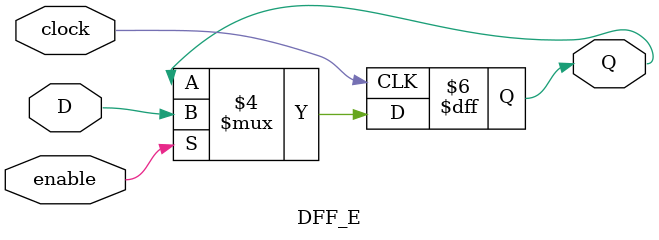
<source format=v>
`timescale 1ns / 1ps

module TLB_16 #(parameter PABITS=36) (
    input  clock,
    input  reset,
    // Instruction Memory Port
    input  [19:0] VPN_I,             // Instruction memory VPN
    input  [7:0]  ASID_I,            // Instruction memory ASID
    output reg       Hit_I,             // Instruction memory page hit
    output reg [(PABITS-13):0] PFN_I,    // Instruction memory physical page translation
    output reg [2:0]  Cache_I,           // Instruction memory physical page cache attributes
    output reg        Dirty_I,           // Instruction memory physical page dirty attribute
    output reg        Valid_I,           // Instruction memory physical page valid attribute
    input         Stall_I,           // Instruction memory physical page stall attribute
    // Data Memory Port
    input  [19:0] VPN_D,             // Data memory or tlbp (EntryHi) VPN
    input  [7:0]  ASID_D,            // Data memory or tlbp (EntryHi) ASID
    output reg       Hit_D,             // Data memory or tlbp (~Index[31]) page hit
    output reg [(PABITS-13):0] PFN_D,    // Data memory physical page translation
    output reg [2:0]  Cache_D,           // Data memory physical page cache attributes
    output reg        Dirty_D,           // Data memory physical page dirty attribute
    output reg        Valid_D,           // Data memory physical page valid attribute
    input         Stall_D,           // Processor data memory pipeline stage is stalled
    // Control Input
    input  [3:0]  Index_In,          // Index used for tlbr, tlbwi/tlbwr
    input  [18:0] VPN2_In,           // VPN2 written on tlbwi/tlbwr
    input  [15:0] Mask_In,           // Mask written on tlbwi/tlbwr
    input  [7:0]  ASID_In,           // ASID written on tlbwi/tlbwr
    input         G_In,              // Global bit written on tlbwi/tlbwr
    input  [(PABITS-13):0] PFN0_In,  // Even PFN written on tlbwi/tlbwr
    input  [2:0]  C0_In,             // Even Cache bits written on tlbwi/tlbwr
    input         D0_In,             // Even Dirty bit written on tlbwi/tlbwr
    input         V0_In,             // Even Valid bit written on tlbwi/tlbwr
    input  [(PABITS-13):0] PFN1_In,  // Odd PFN written on tlbwi/tlbwr
    input  [2:0]  C1_In,             // Odd Cache bits written on tlbwi/tlbwr
    input         D1_In,             // Odd Dirty bit written on tlbwi/tlbwr
    input         V1_In,             // Odd Valid bit written on tlbwi/tlbwr
    // Control Output
    output reg [3:0]  Index_Out,         // Index output for tlbp
    output reg [18:0] VPN2_Out,          // VPN2 output for tlbr (EntryHi)
    output reg [15:0] Mask_Out,          // Mask output for tlbr (PageMask)
    output reg [7:0]  ASID_Out,          // ASID output for tlbr (EntryHi)
    output reg        G_Out,             // Global output for tlbr (EntryLo{0,1})
    output reg [(PABITS-13):0] PFN0_Out, // Even physical address for tlbr (EntryLo0)
    output reg [2:0]  C0_Out,            // Even physical address cache attributes for tlbr (EntryLo0)
    output reg        D0_Out,            // Even physical address dirty attribute for tlbr (EntryLo0)
    output reg        V0_Out,            // Even physical address valid attribute for tlbr (EntryLo0)
    output reg [(PABITS-13):0] PFN1_Out, // Odd physical address for tlbr (EntryLo1)
    output reg [2:0]  C1_Out,            // Odd physical address cache attributes for tlbr (EntryLo1)
    output reg        D1_Out,            // Odd physical address dirty attribute for tlbr (EntryLo1)
    output reg        V1_Out,            // Odd physical address valid attribute for tlbr (EntryLo1)
    // Control Command
    input         Read,              // Tlbr instruction
    input         Write,             // Tlbwi/Tlbwr instruction
    // Segment information
    input         Useg_MC,           // useg (addresses [0:2GB)) is mapped and cached (else neither)
    input  [2:0]  Kseg0_C            // kseg0 (addresses [2GB:2.5GB)) cacheability attributes
    );

    // Local signals
    wire [(PABITS-13):0] PFN0_Mask;
    wire [(PABITS-13):0] PFN1_Mask;
    wire        hold_a;
    wire        hold_b;
    wire        using_hold_data_a;
    wire        using_hold_data_b;
    wire        r_cmd_read;
    wire        r_cmd_write;
    wire [3:0]  r_idx_index;
    wire [18:0] r_idx_vpn2;
    wire [15:0] r_idx_mask;
    wire [7:0]  r_idx_asid;
    wire        r_idx_g;
    wire [19:0] r_vpn_a;
    wire [19:0] r_vpn_b;
    wire        r_unmapped_a;
    wire        r_unmapped_b;
    wire        r_uncached_a;
    wire        r_uncached_b;
    wire [7:0]  r_asid_a;
    wire [7:0]  r_asid_b;
    wire [((2*(PABITS-12))+9):0] r_write_data;   // TLB translation data to be written: {PFN0[23:0],C0[2:0],D0,V0,PFN1[23:0],C1[2:0],D1,V1}
    wire [2:0]  r_kseg0c;
    wire        r_use_kseg0c_a;
    wire        r_use_kseg0c_b;
    wire        s_unmapped_a;
    wire        s_unmapped_b;
    wire        s_uncached_a;
    wire        s_uncached_b;
    wire [2:0]  s_kseg0c_a;
    wire [2:0]  s_kseg0c_b;
    wire        s_use_kseg0c_a;
    wire        s_use_kseg0c_b;
    wire        s_hit_a_e;
    wire        s_hit_b_e;
    wire        s_hit_a_d;
    wire        s_hit_b_d;
    wire        s_oddPage_a_e;
    wire        s_oddPage_b_e;
    wire [(PABITS-13):0] s_pfn_a_e;
    wire [(PABITS-13):0] s_pfn_b_e;
    wire [(PABITS-13):0] s_pfn_a_d;
    wire [(PABITS-13):0] s_pfn_b_d;
    wire [(PABITS-13):0] s_unmapped_pfn_a_e;  // 20-24 bits (for 32-36 PABITS)
    wire [(PABITS-13):0] s_unmapped_pfn_b_e;
    wire [(PABITS-13):0] s_unmapped_pfn_a_d;
    wire [(PABITS-13):0] s_unmapped_pfn_b_d;
    wire [2:0]  s_c_a_e;
    wire [2:0]  s_c_b_e;
    wire [2:0]  s_c_a_d;
    wire [2:0]  s_c_b_d;
    wire        s_d_a_e;
    wire        s_d_b_e;
    wire        s_d_a_d;
    wire        s_d_b_d;
    wire        s_v_a_e;
    wire        s_v_b_e;
    wire        s_v_a_d;
    wire        s_v_b_d;
    wire [3:0]  s_idx_out_e;
    wire [3:0]  s_idx_out_d;
    wire [18:0] s_vpn2_out_e;
    wire [18:0] s_vpn2_out_d;
    wire [15:0] s_mask_out_e;
    wire [15:0] s_mask_out_d;
    wire [7:0]  s_asid_out_e;
    wire [7:0]  s_asid_out_d;
    wire        s_g_out_e;
    wire        s_g_out_d;
    wire [(PABITS-13):0] s_pfn0_out_e;
    wire [(PABITS-13):0] s_pfn0_out_d;
    wire [2:0]  s_c0_out_e;
    wire [2:0]  s_c0_out_d;
    wire        s_d0_out_e;
    wire        s_d0_out_d;
    wire        s_v0_out_e;
    wire        s_v0_out_d;
    wire [(PABITS-13):0] s_pfn1_out_e;
    wire [(PABITS-13):0] s_pfn1_out_d;
    wire [2:0]  s_c1_out_e;
    wire [2:0]  s_c1_out_d;
    wire        s_d1_out_e;
    wire        s_d1_out_d;
    wire        s_v1_out_e;

    // Virtual large page signals
    generate
        if (PABITS < 28) begin: g
            wire [(PABITS-13):0] s_vlpn_a_e;
            wire [(PABITS-13):0] s_vlpn_b_e;
            reg  [(PABITS-13):0] s_vlpn_a_d;    // XXX possibly not needed
            reg  [(PABITS-13):0] s_vlpn_b_d;    // XXX possibly not needed
        end
        else begin: g
            wire [15:0] s_vlpn_a_e;
            wire [15:0] s_vlpn_b_e;
            reg  [15:0] s_vlpn_a_d; // XXX possibly not needed
            reg  [15:0] s_vlpn_b_d; // XXX possibly not needed
        end
    endgenerate

    // Unmapped translation
    generate
        if (PABITS < 32) begin
            reg  [(PABITS-13):0] s_unmapped_pfn_part_a;
            reg  [(PABITS-13):0] s_unmapped_pfn_part_b;
            wire [(PABITS-13):0] r_unmapped_pfn_part_a;
            wire [(PABITS-13):0] r_unmapped_pfn_part_b;
            assign s_unmapped_pfn_a_e = s_unmapped_pfn_part_a;
            assign s_unmapped_pfn_b_e = s_unmapped_pfn_part_b;
            always @(posedge clock) begin
                if (reset) begin
                    s_unmapped_pfn_part_a <= {(PABITS-12){1'b0}};
                    s_unmapped_pfn_part_b <= {(PABITS-12){1'b0}};
                end
                else begin
                    s_unmapped_pfn_part_a <= r_unmapped_pfn_part_a;
                    s_unmapped_pfn_part_b <= r_unmapped_pfn_part_b;
                end
            end
            if (PABITS < 30) begin
                assign r_unmapped_pfn_part_a = r_vpn_a[(PABITS-13):0];
                assign r_unmapped_pfn_part_b = r_vpn_b[(PABITS-13):0];
            end
            else if (PABITS < 31) begin
                assign r_unmapped_pfn_part_a = {(r_vpn_a[17] & ~r_vpn_a[19]), r_vpn_a[(PABITS-14):0]};
                assign r_unmapped_pfn_part_b = {(r_vpn_b[17] & ~r_vpn_b[19]), r_vpn_b[(PABITS-14):0]};
            end
            else begin
                assign r_unmapped_pfn_part_a = {(r_vpn_a[18] & ~r_vpn_a[19]), (r_vpn_a[17] & ~r_vpn_a[19]), r_vpn_a[(PABITS-15):0]};
                assign r_unmapped_pfn_part_b = {(r_vpn_b[18] & ~r_vpn_b[19]), (r_vpn_b[17] & ~r_vpn_b[19]), r_vpn_b[(PABITS-15):0]};
            end
        end
        else begin
            reg  [18:0] s_unmapped_pfn_part_a;
            reg  [18:0] s_unmapped_pfn_part_b;
            wire [18:0] r_unmapped_pfn_part_a = {(r_vpn_a[18] & ~r_vpn_a[19]), (r_vpn_a[17] & ~r_vpn_a[19]), r_vpn_a[16:0]};   // kuseg logic
            wire [18:0] r_unmapped_pfn_part_b = {(r_vpn_b[18] & ~r_vpn_b[19]), (r_vpn_b[17] & ~r_vpn_b[19]), r_vpn_b[16:0]};
            assign s_unmapped_pfn_a_e = {{(PABITS-31){1'b0}}, s_unmapped_pfn_part_a};
            assign s_unmapped_pfn_b_e = {{(PABITS-31){1'b0}}, s_unmapped_pfn_part_b};
            always @(posedge clock) begin
                if (reset) begin
                    s_unmapped_pfn_part_a <= {19{1'b0}};
                    s_unmapped_pfn_part_b <= {19{1'b0}};
                end
                else begin
                    s_unmapped_pfn_part_a <= r_unmapped_pfn_part_a;
                    s_unmapped_pfn_part_b <= r_unmapped_pfn_part_b;
                end
            end
        end
    endgenerate

    // Unmapped translation upper-bit padding
    generate
        if (PABITS < 31) begin
            DFF_E #(.WIDTH(PABITS-12)) S_Unmapped_PFN_A_D (.clock(clock), .enable(~using_hold_data_a), .D(s_unmapped_pfn_a_e), .Q(s_unmapped_pfn_a_d));
            DFF_E #(.WIDTH(PABITS-12)) S_Unmapped_PFN_B_D (.clock(clock), .enable(~using_hold_data_b), .D(s_unmapped_pfn_b_e), .Q(s_unmapped_pfn_b_d));
        end
        else begin
            wire [18:0] s_unmapped_pfn_part_a_d;
            wire [18:0] s_unmapped_pfn_part_b_d;
            DFF_E #(.WIDTH(19)) S_Unmapped_PFN_A_D (.clock(clock), .enable(~using_hold_data_a), .D(s_unmapped_pfn_a_e[18:0]), .Q(s_unmapped_pfn_part_a_d));
            DFF_E #(.WIDTH(19)) S_Unmapped_PFN_B_D (.clock(clock), .enable(~using_hold_data_b), .D(s_unmapped_pfn_b_e[18:0]), .Q(s_unmapped_pfn_part_b_d));
            assign s_unmapped_pfn_a_d = {{(PABITS-31){1'b0}}, s_unmapped_pfn_part_a_d};
            assign s_unmapped_pfn_b_d = {{(PABITS-31){1'b0}}, s_unmapped_pfn_part_b_d};
        end
    endgenerate

    // Content-Addressable Memory signals
    wire [3:0]  CAM_Idx_Index;
    wire        CAM_Idx_Write;
    wire [18:0] CAM_Idx_VPN2;
    wire [15:0] CAM_Idx_Mask;
    wire [7:0]  CAM_Idx_ASID;
    wire        CAM_Idx_G;
    wire [18:0] CAM_Idx_VPN2_Out;
    wire [15:0] CAM_Idx_Mask_Out;
    wire [7:0]  CAM_Idx_ASID_Out;
    wire        CAM_Idx_G_Out;
    wire [19:0] CAM_VPN_A,        CAM_VPN_B;
    wire [7:0]  CAM_ASID_A,       CAM_ASID_B;
    wire        CAM_Match_A,      CAM_Match_B;
    wire [3:0]  CAM_MatchIndex_A, CAM_MatchIndex_B;
    wire        CAM_OddPage_A,    CAM_OddPage_B;
    wire [15:0] CAM_Mask_A,       CAM_Mask_B;

    // Translation RAM signals
    wire [3:0]  RAM_addra, RAM_addrb;
    wire        RAM_wea,   RAM_web;
    wire [((2*(PABITS-12))+9):0] RAM_dina,  RAM_dinb;
    wire [((2*(PABITS-12))+9):0] RAM_douta, RAM_doutb;

    // **** Assignments **** //

    // Top-level assignments
    always @(*) begin
        Hit_I     = (s_unmapped_b) ? 1'b1              : ((using_hold_data_b) ? s_hit_b_d : s_hit_b_e);
        PFN_I     = (s_unmapped_b) ? ((using_hold_data_b) ? s_unmapped_pfn_b_d : s_unmapped_pfn_b_e) : ((using_hold_data_b) ? s_pfn_b_d : s_pfn_b_e);
        Cache_I   = (s_uncached_b) ? 3'b010            : ((using_hold_data_b) ? s_c_b_d   : s_c_b_e);
        Dirty_I   = (s_unmapped_b) ? 1'b1              : ((using_hold_data_b) ? s_d_b_d   : s_d_b_e);
        Valid_I   = (s_unmapped_b) ? 1'b1              : ((using_hold_data_b) ? s_v_b_d   : s_v_b_e);
        Hit_D     = (s_unmapped_a) ? 1'b1              : ((using_hold_data_a) ? s_hit_a_d : s_hit_a_e);
        PFN_D     = (s_unmapped_a) ? ((using_hold_data_a) ? s_unmapped_pfn_a_d : s_unmapped_pfn_a_e) : ((using_hold_data_a) ? s_pfn_a_d : s_pfn_a_e);
        Cache_D   = (s_uncached_a) ? 3'b010            : ((using_hold_data_a) ? s_c_a_d   : s_c_a_e);
        Dirty_D   = (s_unmapped_a) ? 1'b1              : ((using_hold_data_a) ? s_d_a_d   : s_d_a_e);
        Valid_D   = (s_unmapped_a) ? 1'b1              : ((using_hold_data_a) ? s_v_a_d   : s_v_a_e);
        Index_Out = (using_hold_data_a) ? s_idx_out_d  : s_idx_out_e;
        VPN2_Out  = (using_hold_data_a) ? s_vpn2_out_d : s_vpn2_out_e;
        Mask_Out  = (using_hold_data_a) ? s_mask_out_d : s_mask_out_e;
        ASID_Out  = (using_hold_data_a) ? s_asid_out_d : s_asid_out_e;
        G_Out     = (using_hold_data_a) ? s_g_out_d    : s_g_out_e;
        PFN0_Out  = (using_hold_data_a) ? s_pfn0_out_d : s_pfn0_out_e;
        C0_Out    = (using_hold_data_a) ? s_c0_out_d   : s_c0_out_e;
        D0_Out    = (using_hold_data_a) ? s_d0_out_d   : s_d0_out_e;
        V0_Out    = (using_hold_data_a) ? s_v0_out_d   : s_v0_out_e;
        PFN1_Out  = (using_hold_data_a) ? s_pfn1_out_d : s_pfn1_out_e;
        C1_Out    = (using_hold_data_a) ? s_c1_out_d   : s_c1_out_e;
        D1_Out    = (using_hold_data_a) ? s_d1_out_d   : s_d1_out_e;
        V1_Out    = (using_hold_data_a) ? s_v1_out_d   : s_v1_out_e;
    end

    // CAM assignments
    assign CAM_Idx_Index = r_idx_index;
    assign CAM_Idx_Write = r_cmd_write;
    assign CAM_Idx_VPN2  = r_idx_vpn2;
    assign CAM_Idx_Mask  = r_idx_mask;
    assign CAM_Idx_ASID  = r_idx_asid;
    assign CAM_Idx_G     = r_idx_g;
    assign CAM_VPN_A     = r_vpn_a;
    assign CAM_ASID_A    = r_asid_a;
    assign CAM_VPN_B     = r_vpn_b;
    assign CAM_ASID_B    = r_asid_b;

    // RAM assignments
    assign RAM_addra     = (r_cmd_read | r_cmd_write) ? r_idx_index : CAM_MatchIndex_A;
    assign RAM_wea       = r_cmd_write;
    assign RAM_dina      = r_write_data;
    assign RAM_addrb     = CAM_MatchIndex_B;
    assign RAM_web       = 1'b0;
    assign RAM_dinb      = {((2*(PABITS-12))+10){1'b0}};

    // Local assignments
    assign hold_a        = Stall_D;
    assign hold_b        = Stall_I;
    assign r_cmd_read    = Read;
    assign r_cmd_write   = Write;
    assign r_idx_index   = Index_In;
    assign r_idx_vpn2    = VPN2_In;
    assign r_idx_mask    = Mask_In;
    assign r_idx_asid    = ASID_In;
    assign r_idx_g       = G_In;
    assign r_vpn_a       = VPN_D;
    assign r_vpn_b       = VPN_I;
    assign r_unmapped_a  = (r_vpn_a[19:18] == 2'b10)  | ((r_vpn_a[19] == 1'b0) & ~Useg_MC);
    assign r_unmapped_b  = (r_vpn_b[19:18] == 2'b10)  | ((r_vpn_b[19] == 1'b0) & ~Useg_MC);
    assign r_uncached_a  = (r_vpn_a[19:17] == 3'b101) | ((r_vpn_a[19] == 1'b0) & ~Useg_MC);
    assign r_uncached_b  = (r_vpn_b[19:17] == 3'b101) | ((r_vpn_b[19] == 1'b0) & ~Useg_MC);
    assign r_asid_a      = ASID_D;
    assign r_asid_b      = ASID_I;
    assign r_write_data  = {PFN0_Mask, C0_In, D0_In, V0_In, PFN1_Mask, C1_In, D1_In, V1_In};
    assign r_kseg0c      = Kseg0_C;
    assign r_use_kseg0c_a = (r_vpn_a[19:17] == 3'b100);
    assign r_use_kseg0c_b = (r_vpn_b[19:17] == 3'b100);
    assign s_pfn_a_e     = g.s_vlpn_a_e | ((s_oddPage_a_e) ? RAM_douta[(PABITS-8):5] : RAM_douta[((2*(PABITS-12))+9):(PABITS-2)]);
    assign s_pfn_b_e     = g.s_vlpn_b_e | ((s_oddPage_b_e) ? RAM_doutb[(PABITS-8):5] : RAM_doutb[((2*(PABITS-12))+9):(PABITS-2)]);
    assign s_c_a_e       = (s_use_kseg0c_a) ? s_kseg0c_a : ((s_oddPage_a_e) ? RAM_douta[4:2]  : RAM_douta[(PABITS-3):(PABITS-5)]);
    assign s_c_b_e       = (s_use_kseg0c_b) ? s_kseg0c_b : ((s_oddPage_b_e) ? RAM_doutb[4:2]  : RAM_doutb[(PABITS-3):(PABITS-5)]);
    assign s_d_a_e       = (s_oddPage_a_e) ? RAM_douta[1]    : RAM_douta[(PABITS-6)];
    assign s_d_b_e       = (s_oddPage_b_e) ? RAM_doutb[1]    : RAM_doutb[(PABITS-6)];
    assign s_v_a_e       = (s_oddPage_a_e) ? RAM_douta[0]    : RAM_douta[(PABITS-7)];
    assign s_v_b_e       = (s_oddPage_b_e) ? RAM_doutb[0]    : RAM_doutb[(PABITS-7)];
    // {PFN0[23:0],C0[2:0],D0,V0,PFN1[23:0],C1[2:0],D1,V1}
    // 36-bit: {PFN0[57:34],C0[33:31],D0[30],V0[29],PFN1[28:5],C1[4:2],D1[1],V1[0]}
    //         {Idx_VPN2[43:25], Idx_Mask[24:9], Idx_ASID[8:1], IDX_G[0]};
    // 32-bit: {PFN0[49:30],C0[29:27],D0[26],V0[25],PFN1[24:5],C1[4:2],D1[1],V1[0]}
    assign s_idx_out_e   = CAM_MatchIndex_A;
    assign s_pfn0_out_e  = RAM_douta[((2*(PABITS-12))+9):(PABITS-2)];
    assign s_c0_out_e    = RAM_douta[(PABITS-3):(PABITS-5)];
    assign s_d0_out_e    = RAM_douta[(PABITS-6)];
    assign s_v0_out_e    = RAM_douta[(PABITS-7)];
    assign s_pfn1_out_e  = RAM_douta[(PABITS-8):5];
    assign s_c1_out_e    = RAM_douta[4:2];
    assign s_d1_out_e    = RAM_douta[1];
    assign s_v1_out_e    = RAM_douta[0];

    // Large page PFN masking
    generate
        if (PABITS < 28) begin
            assign PFN0_Mask = PFN0_In & ~Mask_In[(PABITS-13):0];
            assign PFN1_Mask = PFN1_In & ~Mask_In[(PABITS-13):0];
        end
        else if (PABITS == 28) begin
            assign PFN0_Mask = PFN0_In & ~Mask_In;
            assign PFN1_Mask = PFN1_In & ~Mask_In;
        end
        else begin
            assign PFN0_Mask = {PFN0_In[(PABITS-13):16], (PFN0_In[15:0] & ~Mask_In)};
            assign PFN1_Mask = {PFN1_In[(PABITS-13):16], (PFN1_In[15:0] & ~Mask_In)};
        end
    endgenerate

    // Large page offset bits
    generate
        if (PABITS < 28) begin
            wire [(PABITS-13):0] vlpn_a_in = VPN_D[(PABITS-13):0] & CAM_Mask_A[(PABITS-13):0];
            wire [(PABITS-13):0] vlpn_b_in = VPN_I[(PABITS-13):0] & CAM_Mask_B[(PABITS-13):0];
            DFF_E #(.WIDTH(PABITS-12)) S_VLPN_A_E (.clock(clock), .enable(1'b1), .D(vlpn_a_in), .Q(g.s_vlpn_a_e));
            DFF_E #(.WIDTH(PABITS-12)) S_VLPN_B_E (.clock(clock), .enable(1'b1), .D(vlpn_b_in), .Q(g.s_vlpn_b_e));
        end
        else begin
            wire [15:0] vlpn_a_in = VPN_D[15:0] & CAM_Mask_A;
            wire [15:0] vlpn_b_in = VPN_I[15:0] & CAM_Mask_B;
            DFF_E #(.WIDTH(16)) S_VLPN_A_E (.clock(clock), .enable(1'b1), .D(vlpn_a_in), .Q(g.s_vlpn_a_e));
            DFF_E #(.WIDTH(16)) S_VLPN_B_E (.clock(clock), .enable(1'b1), .D(vlpn_b_in), .Q(g.s_vlpn_b_e));
        end
    endgenerate

    // Hold data enable
    DFF_E #(.WIDTH(1)) Using_Hold_Data_A (.clock(clock), .enable(1'b1), .D(hold_a), .Q(using_hold_data_a));
    DFF_E #(.WIDTH(1)) Using_Hold_Data_B (.clock(clock), .enable(1'b1), .D(hold_b), .Q(using_hold_data_b));

    // Service stage pseudo-ephemeral data
    DFF_E #(.WIDTH(1))         S_Hit_A_E     (.clock(clock), .enable(1'b1), .D(CAM_Match_A),      .Q(s_hit_a_e));
    DFF_E #(.WIDTH(1))         S_Hit_B_E     (.clock(clock), .enable(1'b1), .D(CAM_Match_B),      .Q(s_hit_b_e));
    DFF_E #(.WIDTH(1))         S_OddPage_A_E (.clock(clock), .enable(1'b1), .D(CAM_OddPage_A),    .Q(s_oddPage_a_e));
    DFF_E #(.WIDTH(1))         S_OddPage_B_E (.clock(clock), .enable(1'b1), .D(CAM_OddPage_B),    .Q(s_oddPage_b_e));
    DFF_E #(.WIDTH(19))        S_VPN2_Out_E  (.clock(clock), .enable(1'b1), .D(CAM_Idx_VPN2_Out), .Q(s_vpn2_out_e));
    DFF_E #(.WIDTH(16))        S_Mask_Out_E  (.clock(clock), .enable(1'b1), .D(CAM_Idx_Mask_Out), .Q(s_mask_out_e));
    DFF_E #(.WIDTH(8))         S_ASID_Out_E  (.clock(clock), .enable(1'b1), .D(CAM_Idx_ASID_Out), .Q(s_asid_out_e));
    DFF_E #(.WIDTH(1))         S_G_Out_E     (.clock(clock), .enable(1'b1), .D(CAM_Idx_G_Out),    .Q(s_g_out_e));

    // Service stage and delay/stall data
    DFF_E #(.WIDTH(1))         S_Unmapped_A       (.clock(clock), .enable(~hold_a),            .D(r_unmapped_a),       .Q(s_unmapped_a));
    DFF_E #(.WIDTH(1))         S_Unmapped_B       (.clock(clock), .enable(~hold_b),            .D(r_unmapped_b),       .Q(s_unmapped_b));
    DFF_E #(.WIDTH(1))         S_Uncached_A       (.clock(clock), .enable(~hold_a),            .D(r_uncached_a),       .Q(s_uncached_a));
    DFF_E #(.WIDTH(1))         S_Uncached_B       (.clock(clock), .enable(~hold_b),            .D(r_uncached_b),       .Q(s_uncached_b));
    DFF_E #(.WIDTH(3))         S_Kseg0c_A         (.clock(clock), .enable(~hold_a),            .D(r_kseg0c),           .Q(s_kseg0c_a));
    DFF_E #(.WIDTH(3))         S_Kseg0c_B         (.clock(clock), .enable(~hold_b),            .D(r_kseg0c),           .Q(s_kseg0c_b));
    DFF_E #(.WIDTH(1))         S_Use_Kseg0c_A     (.clock(clock), .enable(~hold_a),            .D(r_use_kseg0c_a),     .Q(s_use_kseg0c_a));
    DFF_E #(.WIDTH(1))         S_Use_Kseg0c_B     (.clock(clock), .enable(~hold_b),            .D(r_use_kseg0c_b),     .Q(s_use_kseg0c_b));
    DFF_E #(.WIDTH(1))         S_Hit_A_D          (.clock(clock), .enable(~using_hold_data_a), .D(s_hit_a_e),          .Q(s_hit_a_d));
    DFF_E #(.WIDTH(1))         S_Hit_B_D          (.clock(clock), .enable(~using_hold_data_b), .D(s_hit_b_e),          .Q(s_hit_b_d));
    DFF_E #(.WIDTH(PABITS-12)) S_PFN_A_D          (.clock(clock), .enable(~using_hold_data_a), .D(s_pfn_a_e),          .Q(s_pfn_a_d));
    DFF_E #(.WIDTH(PABITS-12)) S_PFN_B_D          (.clock(clock), .enable(~using_hold_data_b), .D(s_pfn_b_e),          .Q(s_pfn_b_d));
    DFF_E #(.WIDTH(3))         S_C_A_D            (.clock(clock), .enable(~using_hold_data_a), .D(s_c_a_e),            .Q(s_c_a_d));
    DFF_E #(.WIDTH(3))         S_C_B_D            (.clock(clock), .enable(~using_hold_data_b), .D(s_c_b_e),            .Q(s_c_b_d));
    DFF_E #(.WIDTH(1))         S_D_A_D            (.clock(clock), .enable(~using_hold_data_a), .D(s_d_a_e),            .Q(s_d_a_d));
    DFF_E #(.WIDTH(1))         S_D_B_D            (.clock(clock), .enable(~using_hold_data_b), .D(s_d_b_e),            .Q(s_d_b_d));
    DFF_E #(.WIDTH(1))         S_V_A_D            (.clock(clock), .enable(~using_hold_data_a), .D(s_v_a_e),            .Q(s_v_a_d));
    DFF_E #(.WIDTH(1))         S_V_B_D            (.clock(clock), .enable(~using_hold_data_b), .D(s_v_b_e),            .Q(s_v_b_d));
    DFF_E #(.WIDTH(4))         S_Idx_Out_D        (.clock(clock), .enable(~using_hold_data_b), .D(s_idx_out_e),        .Q(s_idx_out_d));
    DFF_E #(.WIDTH(19))        S_VPN2_Out_D       (.clock(clock), .enable(~using_hold_data_b), .D(s_vpn2_out_e),       .Q(s_vpn2_out_d));
    DFF_E #(.WIDTH(16))        S_Mask_Out_D       (.clock(clock), .enable(~using_hold_data_b), .D(s_mask_out_e),       .Q(s_mask_out_d));
    DFF_E #(.WIDTH(8))         S_ASID_Out_D       (.clock(clock), .enable(~using_hold_data_b), .D(s_asid_out_e),       .Q(s_asid_out_d));
    DFF_E #(.WIDTH(1))         S_G_Out_D          (.clock(clock), .enable(~using_hold_data_b), .D(s_g_out_e),          .Q(s_g_out_d));
    DFF_E #(.WIDTH(PABITS-12)) S_PFN0_Out_D       (.clock(clock), .enable(~using_hold_data_b), .D(s_pfn0_out_e),       .Q(s_pfn0_out_d));
    DFF_E #(.WIDTH(3))         S_C0_Out_D         (.clock(clock), .enable(~using_hold_data_b), .D(s_c0_out_e),         .Q(s_c0_out_d));
    DFF_E #(.WIDTH(1))         S_D0_Out_D         (.clock(clock), .enable(~using_hold_data_b), .D(s_d0_out_e),         .Q(s_d0_out_d));
    DFF_E #(.WIDTH(1))         S_V0_Out_D         (.clock(clock), .enable(~using_hold_data_b), .D(s_v0_out_e),         .Q(s_v0_out_d));
    DFF_E #(.WIDTH(PABITS-12)) S_PFN1_Out_D       (.clock(clock), .enable(~using_hold_data_b), .D(s_pfn1_out_e),       .Q(s_pfn1_out_d));
    DFF_E #(.WIDTH(3))         S_C1_Out_D         (.clock(clock), .enable(~using_hold_data_b), .D(s_c1_out_e),         .Q(s_c1_out_d));
    DFF_E #(.WIDTH(1))         S_D1_Out_D         (.clock(clock), .enable(~using_hold_data_b), .D(s_d1_out_e),         .Q(s_d1_out_d));
    DFF_E #(.WIDTH(1))         S_V1_Out_D         (.clock(clock), .enable(~using_hold_data_b), .D(s_v1_out_e),         .Q(s_v1_out_d));

    // Content-Addressable Memory
    TLB_CAM_DP_16 CAM (
        .clock         (clock),             // input clock
        .Idx_Index     (CAM_Idx_Index),     // input [3 : 0] Idx_Index
        .Idx_Write     (CAM_Idx_Write),     // input Idx_Write
        .Idx_VPN2      (CAM_Idx_VPN2),      // input [18 : 0] Idx_VPN2
        .Idx_Mask      (CAM_Idx_Mask),      // input [15 : 0] Idx_Mask
        .Idx_ASID      (CAM_Idx_ASID),      // input [7 : 0] Idx_ASID
        .Idx_G         (CAM_Idx_G),         // input Idx_G
        .Idx_VPN2_Out  (CAM_Idx_VPN2_Out),  // output [18 : 0] Idx_VPN2_Out
        .Idx_Mask_Out  (CAM_Idx_Mask_Out),  // output [15 : 0] Idx_Mask_Out
        .Idx_ASID_Out  (CAM_Idx_ASID_Out),  // output [7 : 0] Idx_ASID_Out
        .Idx_G_Out     (CAM_Idx_G_Out),     // output Idx_G_Out
        .VPN_A         (CAM_VPN_A),         // input [19 : 0] VPN_A
        .ASID_A        (CAM_ASID_A),        // input [7 : 0] ASID_A
        .Hit_A         (CAM_Match_A),       // output Match_A
        .OddPage_A     (CAM_OddPage_A),     // output OddPage_A
        .Mask_A        (CAM_Mask_A),        // output [15 : 0] Mask_A
        .VPN_B         (CAM_VPN_B),         // input [19 : 0] VPN_B
        .ASID_B        (CAM_ASID_B),        // input [7 : 0] ASID_B
        .Hit_B         (CAM_Match_B),       // output Match_B
        .OddPage_B     (CAM_OddPage_B),     // output OddPage_B
        .Mask_B        (CAM_Mask_B)         // output [15 : 0] Mask_B
    );

    // Dual-port generic RAM
    RAM_TDP_ZI #(
        .DATA_WIDTH (((2*(PABITS-12))+10)),
        .ADDR_WIDTH (4))
        TLBRAM (
        .clk    (clock),     // input clk
        .rst    (reset),     // input rst
        .addra  (RAM_addra), // input [3 : 0] addra
        .wea    (RAM_wea),   // input wea
        .dina   (RAM_dina),  // input [? : 0] dina
        .douta  (RAM_douta), // output [? : 0] douta
        .addrb  (RAM_addrb), // input [3 : 0] addrb
        .web    (RAM_web),   // input web
        .dinb   (RAM_dinb),  // input [? : 0] dinb
        .doutb  (RAM_doutb)  // output [? : 0] doutb
    );

endmodule

// TLB_CAM_DP_16 - 16-entry Dual-Port Content-Addressable Memory (CAM) for TLB

module TLB_CAM_DP_16 (
    input        clock,
    input  [3:0] Idx_Index,
    input        Idx_Write,
    input  [18:0] Idx_VPN2,
    input  [15:0] Idx_Mask,
    input  [7:0]  Idx_ASID,
    input        Idx_G,
    output [18:0] Idx_VPN2_Out,
    output [15:0] Idx_Mask_Out,
    output [7:0]  Idx_ASID_Out,
    output       Idx_G_Out,
    input  [19:0] VPN_A,
    input  [7:0]  ASID_A,
    output reg   Hit_A,             
    output reg [3:0] MatchIndex_A,  
    output reg   OddPage_A,         
    output reg [15:0] Mask_A,       
    input  [19:0] VPN_B,
    input  [7:0]  ASID_B,
    output reg   Hit_B,             
    output reg [3:0] MatchIndex_B,  
    output reg   OddPage_B,        
    output reg [15:0] Mask_B        
    );

    // CAM memory (16 entries)
    reg [18:0] VPN2_CAM[0:15];
    reg [15:0] Mask_CAM[0:15];
    reg [7:0]  ASID_CAM[0:15];
    reg        G_CAM[0:15];

    // Outputs for Index_Out
    assign Idx_VPN2_Out = VPN2_CAM[Idx_Index];
    assign Idx_Mask_Out = Mask_CAM[Idx_Index];
    assign Idx_ASID_Out = ASID_CAM[Idx_Index];
    assign Idx_G_Out    = G_CAM[Idx_Index];

    // CAM logic for A and B ports
    integer i;

    always @(posedge clock) begin
        if (Idx_Write) begin
            VPN2_CAM[Idx_Index] <= Idx_VPN2;
            Mask_CAM[Idx_Index] <= Idx_Mask;
            ASID_CAM[Idx_Index] <= Idx_ASID;
            G_CAM[Idx_Index]    <= Idx_G;
        end
    end

    always @(*) begin
        Hit_A = 0;
        Hit_B = 0;
        MatchIndex_A = 4'b0;
        MatchIndex_B = 4'b0;
        OddPage_A = 0;
        OddPage_B = 0;

        for (i = 0; i < 16; i = i + 1) begin
            // Port A
            if (((VPN_A & Mask_CAM[i]) == (VPN2_CAM[i] & Mask_CAM[i])) &&
                ((ASID_CAM[i] == ASID_A) || G_CAM[i])) begin
                Hit_A = 1;
                MatchIndex_A = i[3:0];
                OddPage_A = VPN_A[0];
                Mask_A = Mask_CAM[i];
            end

            // Port B
            if (((VPN_B & Mask_CAM[i]) == (VPN2_CAM[i] & Mask_CAM[i])) &&
                ((ASID_CAM[i] == ASID_B) || G_CAM[i])) begin
                Hit_B = 1;
                MatchIndex_B = i[3:0];
                OddPage_B = VPN_B[0];
                Mask_B = Mask_CAM[i];
            end
        end
    end

endmodule

// Dual-port Zero-Initialized RAM
module RAM_TDP_ZI #(parameter DATA_WIDTH = 72, parameter ADDR_WIDTH = 4) (
    input clk,
    input rst,
    input [ADDR_WIDTH-1:0] addra,
    input wea,
    input [DATA_WIDTH-1:0] dina,
    output reg [DATA_WIDTH-1:0] douta,
    input [ADDR_WIDTH-1:0] addrb,
    input web,
    input [DATA_WIDTH-1:0] dinb,
    output reg [DATA_WIDTH-1:0] doutb
    );

    // RAM array
    reg [DATA_WIDTH-1:0] ram[0:(1<<ADDR_WIDTH)-1];
    integer j;

    always @(posedge clk or posedge rst) begin
        if (rst) begin
            // RAM 전체를 0으로 초기화
            for (j = 0; j < (1 << ADDR_WIDTH); j = j + 1) begin
                ram[j] <= {DATA_WIDTH{1'b0}};
            end
            douta <= {DATA_WIDTH{1'b0}};
            doutb <= {DATA_WIDTH{1'b0}};
        end
        else begin
            if (wea)
                ram[addra] <= dina;
            douta <= ram[addra];

            if (web)
                ram[addrb] <= dinb;
            doutb <= ram[addrb];
        end
    end

endmodule

// D flip-flop with enable
module DFF_E #(parameter WIDTH = 1) (
    input clock,
    input enable,
    input [WIDTH-1:0] D,
    output reg [WIDTH-1:0] Q
    );

    always @(posedge clock) begin
        if (enable)
            Q <= D;
    end
endmodule

</source>
